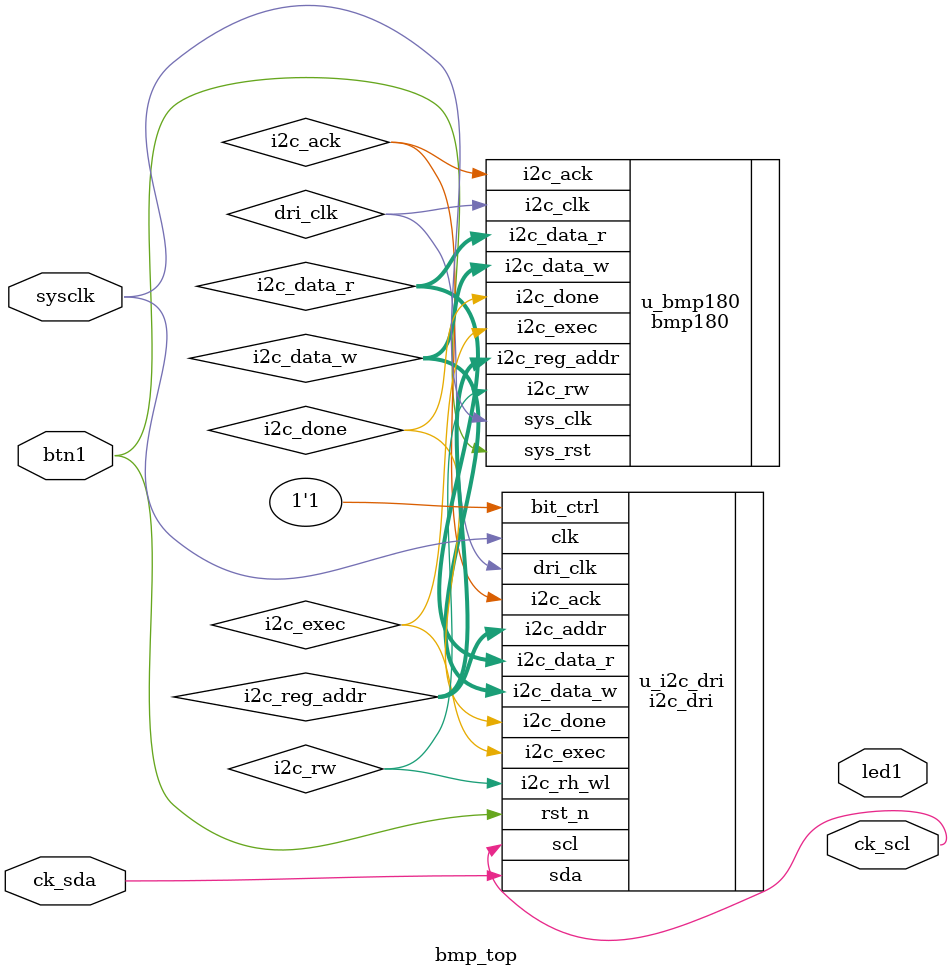
<source format=v>
module bmp_top(
    input               sysclk    ,      //ÏµÍ³Ê±ÖÓ
    input               btn1  ,      //ÏµÍ³¸´Î»
    //eeprom interface
    output              ck_scl    ,      //eepromµÄÊ±ÖÓÏßscl
    inout               ck_sda,          //eepromµÄÊý¾ÝÏßsda
    output              led1
);

//parameter define
parameter    SLAVE_ADDR = 7'b1010000    ; //Æ÷¼þµØÖ·(SLAVE_ADDR)
parameter    BIT_CTRL   = 1'b1          ; //×ÖµØÖ·Î»¿ØÖÆ²ÎÊý(16b/8b)
parameter    CLK_FREQ   = 26'd50_000_000; //i2c_driÄ£¿éµÄÇý¶¯Ê±ÖÓÆµÂÊ(CLK_FREQ)
parameter    I2C_FREQ   = 18'd250_000   ; //I2CµÄSCLÊ±ÖÓÆµÂÊ

//wire define
wire           dri_clk   ; //I2C²Ù×÷Ê±ÖÓ
wire           sys_rst  ;
wire           i2c_exec  ; //I2C´¥·¢¿ØÖÆ
wire   [15:0]  i2c_reg_addr  ; //I2C²Ù×÷µØÖ·
wire   [ 7:0]  i2c_data_w; //I2CÐ´ÈëµÄÊý¾Ý
wire           i2c_done  ; //I2C²Ù×÷½áÊø±êÖ¾
wire           i2c_ack   ; //I2CÓ¦´ð±êÖ¾ 0:Ó¦´ð 1:Î´Ó¦´ð
wire           i2c_rw ; //I2C¶ÁÐ´¿ØÖÆ
wire   [ 7:0]  i2c_data_r; //I2C¶Á³öµÄÊý¾Ý
wire           rw_done   ; //E2PROM¶ÁÐ´²âÊÔÍê³É
wire           rw_result ; //E2PROM¶ÁÐ´²âÊÔ½á¹û 0:Ê§°Ü 1:³É¹¦ 

//*****************************************************
//**                    main code
//*****************************************************

//e2prom¶ÁÐ´²âÊÔÄ£¿é
bmp180 u_bmp180(
    .i2c_clk         (dri_clk   ),  //Ê±ÖÓÐÅºÅ
    .sys_clk         (sysclk    ),
    .sys_rst       (btn1 ),  //¸´Î»ÐÅºÅ
    //i2c interface
    .i2c_exec    (i2c_exec  ),  //I2C´¥·¢Ö´ÐÐÐÅºÅ
    .i2c_rw   (i2c_rw ),  //I2C¶ÁÐ´¿ØÖÆÐÅºÅ
    .i2c_reg_addr    (i2c_reg_addr  ),  //I2CÆ÷¼þÄÚµØÖ·
    .i2c_data_w  (i2c_data_w),  //I2CÒªÐ´µÄÊý¾Ý
    .i2c_data_r  (i2c_data_r),  //I2C¶Á³öµÄÊý¾Ý
    .i2c_done    (i2c_done  ),  //I2CÒ»´Î²Ù×÷Íê³É
    .i2c_ack     (i2c_ack   )  //I2CÓ¦´ð±êÖ¾ 
    //user interface
    
);

//i2cÇý¶¯Ä£¿é
i2c_dri #(
    .SLAVE_ADDR  (SLAVE_ADDR),  //EEPROM´Ó»úµØÖ·
    .CLK_FREQ    (CLK_FREQ  ),  //Ä£¿éÊäÈëµÄÊ±ÖÓÆµÂÊ
    .I2C_FREQ    (I2C_FREQ  )   //IIC_SCLµÄÊ±ÖÓÆµÂÊ
) u_i2c_dri(
    .clk         (sysclk   ),  
    .rst_n       (btn1 ),  
    //i2c interface
    .i2c_exec    (i2c_exec  ),  //I2C´¥·¢Ö´ÐÐÐÅºÅ
    .bit_ctrl    (BIT_CTRL  ),  //Æ÷¼þµØÖ·Î»¿ØÖÆ(16b/8b)
    .i2c_rh_wl   (i2c_rw ),  //I2C¶ÁÐ´¿ØÖÆÐÅºÅ
    .i2c_addr    (i2c_reg_addr  ),  //I2CÆ÷¼þÄÚµØÖ·
    .i2c_data_w  (i2c_data_w),  //I2CÒªÐ´µÄÊý¾Ý
    .i2c_data_r  (i2c_data_r),  //I2C¶Á³öµÄÊý¾Ý
    .i2c_done    (i2c_done  ),  //I2CÒ»´Î²Ù×÷Íê³É
    .i2c_ack     (i2c_ack   ),  //I2CÓ¦´ð±êÖ¾
    .scl         (ck_scl   ),  //I2CµÄSCLÊ±ÖÓÐÅºÅ
    .sda         (ck_sda   ),  //I2CµÄSDAÐÅºÅ
    //user interface
    .dri_clk     (dri_clk   )   //I2C²Ù×÷Ê±ÖÓ
);

/*
reset_source u_reset_source(
    .clk (sysclk),
    .button1 (btn1),
    .rst1 (sys_rst),
    .led (led1)
);
*/

endmodule

</source>
